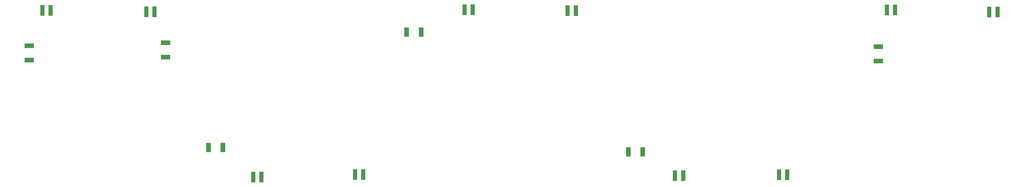
<source format=gbr>
G04 #@! TF.GenerationSoftware,KiCad,Pcbnew,5.0.2-bee76a0~70~ubuntu16.04.1*
G04 #@! TF.CreationDate,2019-03-25T22:30:45-04:00*
G04 #@! TF.ProjectId,BMS_Structural,424d535f-5374-4727-9563-747572616c2e,rev?*
G04 #@! TF.SameCoordinates,Original*
G04 #@! TF.FileFunction,Paste,Top*
G04 #@! TF.FilePolarity,Positive*
%FSLAX46Y46*%
G04 Gerber Fmt 4.6, Leading zero omitted, Abs format (unit mm)*
G04 Created by KiCad (PCBNEW 5.0.2-bee76a0~70~ubuntu16.04.1) date Mon 25 Mar 2019 10:30:45 PM EDT*
%MOMM*%
%LPD*%
G01*
G04 APERTURE LIST*
%ADD10R,1.500000X4.000000*%
%ADD11R,3.500000X1.780000*%
%ADD12R,1.780000X3.500000*%
G04 APERTURE END LIST*
D10*
G04 #@! TO.C,RT11*
X26032200Y-21513800D03*
X29032200Y-21513800D03*
G04 #@! TD*
G04 #@! TO.C,RT12*
X66982600Y-21996400D03*
X63982600Y-21996400D03*
G04 #@! TD*
G04 #@! TO.C,RT21*
X105994200Y-82575400D03*
X102994200Y-82575400D03*
G04 #@! TD*
G04 #@! TO.C,RT22*
X140155800Y-81635600D03*
X143155800Y-81635600D03*
G04 #@! TD*
G04 #@! TO.C,RT31*
X180110000Y-21310600D03*
X183110000Y-21310600D03*
G04 #@! TD*
G04 #@! TO.C,RT32*
X220778200Y-21640800D03*
X217778200Y-21640800D03*
G04 #@! TD*
G04 #@! TO.C,RT41*
X259969000Y-82042000D03*
X256969000Y-82042000D03*
G04 #@! TD*
G04 #@! TO.C,RT42*
X294944800Y-81711800D03*
X297944800Y-81711800D03*
G04 #@! TD*
G04 #@! TO.C,RT51*
X334288000Y-21336000D03*
X337288000Y-21336000D03*
G04 #@! TD*
G04 #@! TO.C,RT52*
X371702200Y-22098000D03*
X374702200Y-22098000D03*
G04 #@! TD*
D11*
G04 #@! TO.C,F1*
X21209000Y-39725600D03*
X21209000Y-34445600D03*
G04 #@! TD*
D12*
G04 #@! TO.C,F2*
X86664800Y-71755000D03*
X91944800Y-71755000D03*
G04 #@! TD*
G04 #@! TO.C,F3*
X159004000Y-29514800D03*
X164284000Y-29514800D03*
G04 #@! TD*
G04 #@! TO.C,F4*
X245211600Y-73380600D03*
X239931600Y-73380600D03*
G04 #@! TD*
D11*
G04 #@! TO.C,F5*
X331165200Y-34801200D03*
X331165200Y-40081200D03*
G04 #@! TD*
G04 #@! TO.C,F13*
X71043800Y-38658800D03*
X71043800Y-33378800D03*
G04 #@! TD*
M02*

</source>
